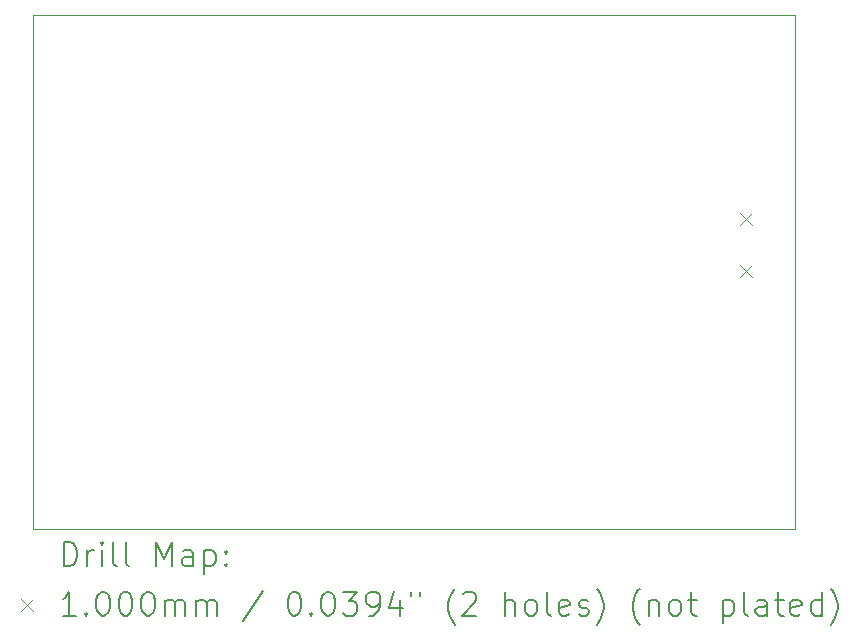
<source format=gbr>
%TF.GenerationSoftware,KiCad,Pcbnew,8.0.2*%
%TF.CreationDate,2024-05-12T15:56:23+02:00*%
%TF.ProjectId,LimbusOne,4c696d62-7573-44f6-9e65-2e6b69636164,v.0.1*%
%TF.SameCoordinates,Original*%
%TF.FileFunction,Drillmap*%
%TF.FilePolarity,Positive*%
%FSLAX45Y45*%
G04 Gerber Fmt 4.5, Leading zero omitted, Abs format (unit mm)*
G04 Created by KiCad (PCBNEW 8.0.2) date 2024-05-12 15:56:23*
%MOMM*%
%LPD*%
G01*
G04 APERTURE LIST*
%ADD10C,0.050000*%
%ADD11C,0.200000*%
%ADD12C,0.100000*%
G04 APERTURE END LIST*
D10*
X2926700Y-3213300D02*
X9376700Y-3213300D01*
X9376700Y-7563300D01*
X2926700Y-7563300D01*
X2926700Y-3213300D01*
D11*
D12*
X8909200Y-4888300D02*
X9009200Y-4988300D01*
X9009200Y-4888300D02*
X8909200Y-4988300D01*
X8909200Y-5328300D02*
X9009200Y-5428300D01*
X9009200Y-5328300D02*
X8909200Y-5428300D01*
D11*
X3184977Y-7877284D02*
X3184977Y-7677284D01*
X3184977Y-7677284D02*
X3232596Y-7677284D01*
X3232596Y-7677284D02*
X3261167Y-7686808D01*
X3261167Y-7686808D02*
X3280215Y-7705855D01*
X3280215Y-7705855D02*
X3289739Y-7724903D01*
X3289739Y-7724903D02*
X3299262Y-7762998D01*
X3299262Y-7762998D02*
X3299262Y-7791569D01*
X3299262Y-7791569D02*
X3289739Y-7829665D01*
X3289739Y-7829665D02*
X3280215Y-7848712D01*
X3280215Y-7848712D02*
X3261167Y-7867760D01*
X3261167Y-7867760D02*
X3232596Y-7877284D01*
X3232596Y-7877284D02*
X3184977Y-7877284D01*
X3384977Y-7877284D02*
X3384977Y-7743950D01*
X3384977Y-7782046D02*
X3394501Y-7762998D01*
X3394501Y-7762998D02*
X3404024Y-7753474D01*
X3404024Y-7753474D02*
X3423072Y-7743950D01*
X3423072Y-7743950D02*
X3442120Y-7743950D01*
X3508786Y-7877284D02*
X3508786Y-7743950D01*
X3508786Y-7677284D02*
X3499262Y-7686808D01*
X3499262Y-7686808D02*
X3508786Y-7696331D01*
X3508786Y-7696331D02*
X3518310Y-7686808D01*
X3518310Y-7686808D02*
X3508786Y-7677284D01*
X3508786Y-7677284D02*
X3508786Y-7696331D01*
X3632596Y-7877284D02*
X3613548Y-7867760D01*
X3613548Y-7867760D02*
X3604024Y-7848712D01*
X3604024Y-7848712D02*
X3604024Y-7677284D01*
X3737358Y-7877284D02*
X3718310Y-7867760D01*
X3718310Y-7867760D02*
X3708786Y-7848712D01*
X3708786Y-7848712D02*
X3708786Y-7677284D01*
X3965929Y-7877284D02*
X3965929Y-7677284D01*
X3965929Y-7677284D02*
X4032596Y-7820141D01*
X4032596Y-7820141D02*
X4099262Y-7677284D01*
X4099262Y-7677284D02*
X4099262Y-7877284D01*
X4280215Y-7877284D02*
X4280215Y-7772522D01*
X4280215Y-7772522D02*
X4270691Y-7753474D01*
X4270691Y-7753474D02*
X4251644Y-7743950D01*
X4251644Y-7743950D02*
X4213548Y-7743950D01*
X4213548Y-7743950D02*
X4194501Y-7753474D01*
X4280215Y-7867760D02*
X4261167Y-7877284D01*
X4261167Y-7877284D02*
X4213548Y-7877284D01*
X4213548Y-7877284D02*
X4194501Y-7867760D01*
X4194501Y-7867760D02*
X4184977Y-7848712D01*
X4184977Y-7848712D02*
X4184977Y-7829665D01*
X4184977Y-7829665D02*
X4194501Y-7810617D01*
X4194501Y-7810617D02*
X4213548Y-7801093D01*
X4213548Y-7801093D02*
X4261167Y-7801093D01*
X4261167Y-7801093D02*
X4280215Y-7791569D01*
X4375453Y-7743950D02*
X4375453Y-7943950D01*
X4375453Y-7753474D02*
X4394501Y-7743950D01*
X4394501Y-7743950D02*
X4432596Y-7743950D01*
X4432596Y-7743950D02*
X4451644Y-7753474D01*
X4451644Y-7753474D02*
X4461167Y-7762998D01*
X4461167Y-7762998D02*
X4470691Y-7782046D01*
X4470691Y-7782046D02*
X4470691Y-7839188D01*
X4470691Y-7839188D02*
X4461167Y-7858236D01*
X4461167Y-7858236D02*
X4451644Y-7867760D01*
X4451644Y-7867760D02*
X4432596Y-7877284D01*
X4432596Y-7877284D02*
X4394501Y-7877284D01*
X4394501Y-7877284D02*
X4375453Y-7867760D01*
X4556405Y-7858236D02*
X4565929Y-7867760D01*
X4565929Y-7867760D02*
X4556405Y-7877284D01*
X4556405Y-7877284D02*
X4546882Y-7867760D01*
X4546882Y-7867760D02*
X4556405Y-7858236D01*
X4556405Y-7858236D02*
X4556405Y-7877284D01*
X4556405Y-7753474D02*
X4565929Y-7762998D01*
X4565929Y-7762998D02*
X4556405Y-7772522D01*
X4556405Y-7772522D02*
X4546882Y-7762998D01*
X4546882Y-7762998D02*
X4556405Y-7753474D01*
X4556405Y-7753474D02*
X4556405Y-7772522D01*
D12*
X2824200Y-8155800D02*
X2924200Y-8255800D01*
X2924200Y-8155800D02*
X2824200Y-8255800D01*
D11*
X3289739Y-8297284D02*
X3175453Y-8297284D01*
X3232596Y-8297284D02*
X3232596Y-8097284D01*
X3232596Y-8097284D02*
X3213548Y-8125855D01*
X3213548Y-8125855D02*
X3194501Y-8144903D01*
X3194501Y-8144903D02*
X3175453Y-8154427D01*
X3375453Y-8278236D02*
X3384977Y-8287760D01*
X3384977Y-8287760D02*
X3375453Y-8297284D01*
X3375453Y-8297284D02*
X3365929Y-8287760D01*
X3365929Y-8287760D02*
X3375453Y-8278236D01*
X3375453Y-8278236D02*
X3375453Y-8297284D01*
X3508786Y-8097284D02*
X3527834Y-8097284D01*
X3527834Y-8097284D02*
X3546882Y-8106808D01*
X3546882Y-8106808D02*
X3556405Y-8116331D01*
X3556405Y-8116331D02*
X3565929Y-8135379D01*
X3565929Y-8135379D02*
X3575453Y-8173474D01*
X3575453Y-8173474D02*
X3575453Y-8221093D01*
X3575453Y-8221093D02*
X3565929Y-8259188D01*
X3565929Y-8259188D02*
X3556405Y-8278236D01*
X3556405Y-8278236D02*
X3546882Y-8287760D01*
X3546882Y-8287760D02*
X3527834Y-8297284D01*
X3527834Y-8297284D02*
X3508786Y-8297284D01*
X3508786Y-8297284D02*
X3489739Y-8287760D01*
X3489739Y-8287760D02*
X3480215Y-8278236D01*
X3480215Y-8278236D02*
X3470691Y-8259188D01*
X3470691Y-8259188D02*
X3461167Y-8221093D01*
X3461167Y-8221093D02*
X3461167Y-8173474D01*
X3461167Y-8173474D02*
X3470691Y-8135379D01*
X3470691Y-8135379D02*
X3480215Y-8116331D01*
X3480215Y-8116331D02*
X3489739Y-8106808D01*
X3489739Y-8106808D02*
X3508786Y-8097284D01*
X3699262Y-8097284D02*
X3718310Y-8097284D01*
X3718310Y-8097284D02*
X3737358Y-8106808D01*
X3737358Y-8106808D02*
X3746882Y-8116331D01*
X3746882Y-8116331D02*
X3756405Y-8135379D01*
X3756405Y-8135379D02*
X3765929Y-8173474D01*
X3765929Y-8173474D02*
X3765929Y-8221093D01*
X3765929Y-8221093D02*
X3756405Y-8259188D01*
X3756405Y-8259188D02*
X3746882Y-8278236D01*
X3746882Y-8278236D02*
X3737358Y-8287760D01*
X3737358Y-8287760D02*
X3718310Y-8297284D01*
X3718310Y-8297284D02*
X3699262Y-8297284D01*
X3699262Y-8297284D02*
X3680215Y-8287760D01*
X3680215Y-8287760D02*
X3670691Y-8278236D01*
X3670691Y-8278236D02*
X3661167Y-8259188D01*
X3661167Y-8259188D02*
X3651643Y-8221093D01*
X3651643Y-8221093D02*
X3651643Y-8173474D01*
X3651643Y-8173474D02*
X3661167Y-8135379D01*
X3661167Y-8135379D02*
X3670691Y-8116331D01*
X3670691Y-8116331D02*
X3680215Y-8106808D01*
X3680215Y-8106808D02*
X3699262Y-8097284D01*
X3889739Y-8097284D02*
X3908786Y-8097284D01*
X3908786Y-8097284D02*
X3927834Y-8106808D01*
X3927834Y-8106808D02*
X3937358Y-8116331D01*
X3937358Y-8116331D02*
X3946882Y-8135379D01*
X3946882Y-8135379D02*
X3956405Y-8173474D01*
X3956405Y-8173474D02*
X3956405Y-8221093D01*
X3956405Y-8221093D02*
X3946882Y-8259188D01*
X3946882Y-8259188D02*
X3937358Y-8278236D01*
X3937358Y-8278236D02*
X3927834Y-8287760D01*
X3927834Y-8287760D02*
X3908786Y-8297284D01*
X3908786Y-8297284D02*
X3889739Y-8297284D01*
X3889739Y-8297284D02*
X3870691Y-8287760D01*
X3870691Y-8287760D02*
X3861167Y-8278236D01*
X3861167Y-8278236D02*
X3851643Y-8259188D01*
X3851643Y-8259188D02*
X3842120Y-8221093D01*
X3842120Y-8221093D02*
X3842120Y-8173474D01*
X3842120Y-8173474D02*
X3851643Y-8135379D01*
X3851643Y-8135379D02*
X3861167Y-8116331D01*
X3861167Y-8116331D02*
X3870691Y-8106808D01*
X3870691Y-8106808D02*
X3889739Y-8097284D01*
X4042120Y-8297284D02*
X4042120Y-8163950D01*
X4042120Y-8182998D02*
X4051643Y-8173474D01*
X4051643Y-8173474D02*
X4070691Y-8163950D01*
X4070691Y-8163950D02*
X4099263Y-8163950D01*
X4099263Y-8163950D02*
X4118310Y-8173474D01*
X4118310Y-8173474D02*
X4127834Y-8192522D01*
X4127834Y-8192522D02*
X4127834Y-8297284D01*
X4127834Y-8192522D02*
X4137358Y-8173474D01*
X4137358Y-8173474D02*
X4156405Y-8163950D01*
X4156405Y-8163950D02*
X4184977Y-8163950D01*
X4184977Y-8163950D02*
X4204025Y-8173474D01*
X4204025Y-8173474D02*
X4213548Y-8192522D01*
X4213548Y-8192522D02*
X4213548Y-8297284D01*
X4308786Y-8297284D02*
X4308786Y-8163950D01*
X4308786Y-8182998D02*
X4318310Y-8173474D01*
X4318310Y-8173474D02*
X4337358Y-8163950D01*
X4337358Y-8163950D02*
X4365929Y-8163950D01*
X4365929Y-8163950D02*
X4384977Y-8173474D01*
X4384977Y-8173474D02*
X4394501Y-8192522D01*
X4394501Y-8192522D02*
X4394501Y-8297284D01*
X4394501Y-8192522D02*
X4404025Y-8173474D01*
X4404025Y-8173474D02*
X4423072Y-8163950D01*
X4423072Y-8163950D02*
X4451644Y-8163950D01*
X4451644Y-8163950D02*
X4470691Y-8173474D01*
X4470691Y-8173474D02*
X4480215Y-8192522D01*
X4480215Y-8192522D02*
X4480215Y-8297284D01*
X4870691Y-8087760D02*
X4699263Y-8344903D01*
X5127834Y-8097284D02*
X5146882Y-8097284D01*
X5146882Y-8097284D02*
X5165929Y-8106808D01*
X5165929Y-8106808D02*
X5175453Y-8116331D01*
X5175453Y-8116331D02*
X5184977Y-8135379D01*
X5184977Y-8135379D02*
X5194501Y-8173474D01*
X5194501Y-8173474D02*
X5194501Y-8221093D01*
X5194501Y-8221093D02*
X5184977Y-8259188D01*
X5184977Y-8259188D02*
X5175453Y-8278236D01*
X5175453Y-8278236D02*
X5165929Y-8287760D01*
X5165929Y-8287760D02*
X5146882Y-8297284D01*
X5146882Y-8297284D02*
X5127834Y-8297284D01*
X5127834Y-8297284D02*
X5108787Y-8287760D01*
X5108787Y-8287760D02*
X5099263Y-8278236D01*
X5099263Y-8278236D02*
X5089739Y-8259188D01*
X5089739Y-8259188D02*
X5080215Y-8221093D01*
X5080215Y-8221093D02*
X5080215Y-8173474D01*
X5080215Y-8173474D02*
X5089739Y-8135379D01*
X5089739Y-8135379D02*
X5099263Y-8116331D01*
X5099263Y-8116331D02*
X5108787Y-8106808D01*
X5108787Y-8106808D02*
X5127834Y-8097284D01*
X5280215Y-8278236D02*
X5289739Y-8287760D01*
X5289739Y-8287760D02*
X5280215Y-8297284D01*
X5280215Y-8297284D02*
X5270691Y-8287760D01*
X5270691Y-8287760D02*
X5280215Y-8278236D01*
X5280215Y-8278236D02*
X5280215Y-8297284D01*
X5413548Y-8097284D02*
X5432596Y-8097284D01*
X5432596Y-8097284D02*
X5451644Y-8106808D01*
X5451644Y-8106808D02*
X5461168Y-8116331D01*
X5461168Y-8116331D02*
X5470691Y-8135379D01*
X5470691Y-8135379D02*
X5480215Y-8173474D01*
X5480215Y-8173474D02*
X5480215Y-8221093D01*
X5480215Y-8221093D02*
X5470691Y-8259188D01*
X5470691Y-8259188D02*
X5461168Y-8278236D01*
X5461168Y-8278236D02*
X5451644Y-8287760D01*
X5451644Y-8287760D02*
X5432596Y-8297284D01*
X5432596Y-8297284D02*
X5413548Y-8297284D01*
X5413548Y-8297284D02*
X5394501Y-8287760D01*
X5394501Y-8287760D02*
X5384977Y-8278236D01*
X5384977Y-8278236D02*
X5375453Y-8259188D01*
X5375453Y-8259188D02*
X5365929Y-8221093D01*
X5365929Y-8221093D02*
X5365929Y-8173474D01*
X5365929Y-8173474D02*
X5375453Y-8135379D01*
X5375453Y-8135379D02*
X5384977Y-8116331D01*
X5384977Y-8116331D02*
X5394501Y-8106808D01*
X5394501Y-8106808D02*
X5413548Y-8097284D01*
X5546882Y-8097284D02*
X5670691Y-8097284D01*
X5670691Y-8097284D02*
X5604025Y-8173474D01*
X5604025Y-8173474D02*
X5632596Y-8173474D01*
X5632596Y-8173474D02*
X5651644Y-8182998D01*
X5651644Y-8182998D02*
X5661167Y-8192522D01*
X5661167Y-8192522D02*
X5670691Y-8211569D01*
X5670691Y-8211569D02*
X5670691Y-8259188D01*
X5670691Y-8259188D02*
X5661167Y-8278236D01*
X5661167Y-8278236D02*
X5651644Y-8287760D01*
X5651644Y-8287760D02*
X5632596Y-8297284D01*
X5632596Y-8297284D02*
X5575453Y-8297284D01*
X5575453Y-8297284D02*
X5556406Y-8287760D01*
X5556406Y-8287760D02*
X5546882Y-8278236D01*
X5765929Y-8297284D02*
X5804025Y-8297284D01*
X5804025Y-8297284D02*
X5823072Y-8287760D01*
X5823072Y-8287760D02*
X5832596Y-8278236D01*
X5832596Y-8278236D02*
X5851644Y-8249665D01*
X5851644Y-8249665D02*
X5861167Y-8211569D01*
X5861167Y-8211569D02*
X5861167Y-8135379D01*
X5861167Y-8135379D02*
X5851644Y-8116331D01*
X5851644Y-8116331D02*
X5842120Y-8106808D01*
X5842120Y-8106808D02*
X5823072Y-8097284D01*
X5823072Y-8097284D02*
X5784977Y-8097284D01*
X5784977Y-8097284D02*
X5765929Y-8106808D01*
X5765929Y-8106808D02*
X5756406Y-8116331D01*
X5756406Y-8116331D02*
X5746882Y-8135379D01*
X5746882Y-8135379D02*
X5746882Y-8182998D01*
X5746882Y-8182998D02*
X5756406Y-8202046D01*
X5756406Y-8202046D02*
X5765929Y-8211569D01*
X5765929Y-8211569D02*
X5784977Y-8221093D01*
X5784977Y-8221093D02*
X5823072Y-8221093D01*
X5823072Y-8221093D02*
X5842120Y-8211569D01*
X5842120Y-8211569D02*
X5851644Y-8202046D01*
X5851644Y-8202046D02*
X5861167Y-8182998D01*
X6032596Y-8163950D02*
X6032596Y-8297284D01*
X5984977Y-8087760D02*
X5937358Y-8230617D01*
X5937358Y-8230617D02*
X6061167Y-8230617D01*
X6127834Y-8097284D02*
X6127834Y-8135379D01*
X6204025Y-8097284D02*
X6204025Y-8135379D01*
X6499263Y-8373474D02*
X6489739Y-8363950D01*
X6489739Y-8363950D02*
X6470691Y-8335379D01*
X6470691Y-8335379D02*
X6461168Y-8316331D01*
X6461168Y-8316331D02*
X6451644Y-8287760D01*
X6451644Y-8287760D02*
X6442120Y-8240141D01*
X6442120Y-8240141D02*
X6442120Y-8202046D01*
X6442120Y-8202046D02*
X6451644Y-8154427D01*
X6451644Y-8154427D02*
X6461168Y-8125855D01*
X6461168Y-8125855D02*
X6470691Y-8106808D01*
X6470691Y-8106808D02*
X6489739Y-8078236D01*
X6489739Y-8078236D02*
X6499263Y-8068712D01*
X6565929Y-8116331D02*
X6575453Y-8106808D01*
X6575453Y-8106808D02*
X6594501Y-8097284D01*
X6594501Y-8097284D02*
X6642120Y-8097284D01*
X6642120Y-8097284D02*
X6661168Y-8106808D01*
X6661168Y-8106808D02*
X6670691Y-8116331D01*
X6670691Y-8116331D02*
X6680215Y-8135379D01*
X6680215Y-8135379D02*
X6680215Y-8154427D01*
X6680215Y-8154427D02*
X6670691Y-8182998D01*
X6670691Y-8182998D02*
X6556406Y-8297284D01*
X6556406Y-8297284D02*
X6680215Y-8297284D01*
X6918310Y-8297284D02*
X6918310Y-8097284D01*
X7004025Y-8297284D02*
X7004025Y-8192522D01*
X7004025Y-8192522D02*
X6994501Y-8173474D01*
X6994501Y-8173474D02*
X6975453Y-8163950D01*
X6975453Y-8163950D02*
X6946882Y-8163950D01*
X6946882Y-8163950D02*
X6927834Y-8173474D01*
X6927834Y-8173474D02*
X6918310Y-8182998D01*
X7127834Y-8297284D02*
X7108787Y-8287760D01*
X7108787Y-8287760D02*
X7099263Y-8278236D01*
X7099263Y-8278236D02*
X7089739Y-8259188D01*
X7089739Y-8259188D02*
X7089739Y-8202046D01*
X7089739Y-8202046D02*
X7099263Y-8182998D01*
X7099263Y-8182998D02*
X7108787Y-8173474D01*
X7108787Y-8173474D02*
X7127834Y-8163950D01*
X7127834Y-8163950D02*
X7156406Y-8163950D01*
X7156406Y-8163950D02*
X7175453Y-8173474D01*
X7175453Y-8173474D02*
X7184977Y-8182998D01*
X7184977Y-8182998D02*
X7194501Y-8202046D01*
X7194501Y-8202046D02*
X7194501Y-8259188D01*
X7194501Y-8259188D02*
X7184977Y-8278236D01*
X7184977Y-8278236D02*
X7175453Y-8287760D01*
X7175453Y-8287760D02*
X7156406Y-8297284D01*
X7156406Y-8297284D02*
X7127834Y-8297284D01*
X7308787Y-8297284D02*
X7289739Y-8287760D01*
X7289739Y-8287760D02*
X7280215Y-8268712D01*
X7280215Y-8268712D02*
X7280215Y-8097284D01*
X7461168Y-8287760D02*
X7442120Y-8297284D01*
X7442120Y-8297284D02*
X7404025Y-8297284D01*
X7404025Y-8297284D02*
X7384977Y-8287760D01*
X7384977Y-8287760D02*
X7375453Y-8268712D01*
X7375453Y-8268712D02*
X7375453Y-8192522D01*
X7375453Y-8192522D02*
X7384977Y-8173474D01*
X7384977Y-8173474D02*
X7404025Y-8163950D01*
X7404025Y-8163950D02*
X7442120Y-8163950D01*
X7442120Y-8163950D02*
X7461168Y-8173474D01*
X7461168Y-8173474D02*
X7470691Y-8192522D01*
X7470691Y-8192522D02*
X7470691Y-8211569D01*
X7470691Y-8211569D02*
X7375453Y-8230617D01*
X7546882Y-8287760D02*
X7565930Y-8297284D01*
X7565930Y-8297284D02*
X7604025Y-8297284D01*
X7604025Y-8297284D02*
X7623072Y-8287760D01*
X7623072Y-8287760D02*
X7632596Y-8268712D01*
X7632596Y-8268712D02*
X7632596Y-8259188D01*
X7632596Y-8259188D02*
X7623072Y-8240141D01*
X7623072Y-8240141D02*
X7604025Y-8230617D01*
X7604025Y-8230617D02*
X7575453Y-8230617D01*
X7575453Y-8230617D02*
X7556406Y-8221093D01*
X7556406Y-8221093D02*
X7546882Y-8202046D01*
X7546882Y-8202046D02*
X7546882Y-8192522D01*
X7546882Y-8192522D02*
X7556406Y-8173474D01*
X7556406Y-8173474D02*
X7575453Y-8163950D01*
X7575453Y-8163950D02*
X7604025Y-8163950D01*
X7604025Y-8163950D02*
X7623072Y-8173474D01*
X7699263Y-8373474D02*
X7708787Y-8363950D01*
X7708787Y-8363950D02*
X7727834Y-8335379D01*
X7727834Y-8335379D02*
X7737358Y-8316331D01*
X7737358Y-8316331D02*
X7746882Y-8287760D01*
X7746882Y-8287760D02*
X7756406Y-8240141D01*
X7756406Y-8240141D02*
X7756406Y-8202046D01*
X7756406Y-8202046D02*
X7746882Y-8154427D01*
X7746882Y-8154427D02*
X7737358Y-8125855D01*
X7737358Y-8125855D02*
X7727834Y-8106808D01*
X7727834Y-8106808D02*
X7708787Y-8078236D01*
X7708787Y-8078236D02*
X7699263Y-8068712D01*
X8061168Y-8373474D02*
X8051644Y-8363950D01*
X8051644Y-8363950D02*
X8032596Y-8335379D01*
X8032596Y-8335379D02*
X8023072Y-8316331D01*
X8023072Y-8316331D02*
X8013549Y-8287760D01*
X8013549Y-8287760D02*
X8004025Y-8240141D01*
X8004025Y-8240141D02*
X8004025Y-8202046D01*
X8004025Y-8202046D02*
X8013549Y-8154427D01*
X8013549Y-8154427D02*
X8023072Y-8125855D01*
X8023072Y-8125855D02*
X8032596Y-8106808D01*
X8032596Y-8106808D02*
X8051644Y-8078236D01*
X8051644Y-8078236D02*
X8061168Y-8068712D01*
X8137358Y-8163950D02*
X8137358Y-8297284D01*
X8137358Y-8182998D02*
X8146882Y-8173474D01*
X8146882Y-8173474D02*
X8165930Y-8163950D01*
X8165930Y-8163950D02*
X8194501Y-8163950D01*
X8194501Y-8163950D02*
X8213549Y-8173474D01*
X8213549Y-8173474D02*
X8223072Y-8192522D01*
X8223072Y-8192522D02*
X8223072Y-8297284D01*
X8346882Y-8297284D02*
X8327834Y-8287760D01*
X8327834Y-8287760D02*
X8318311Y-8278236D01*
X8318311Y-8278236D02*
X8308787Y-8259188D01*
X8308787Y-8259188D02*
X8308787Y-8202046D01*
X8308787Y-8202046D02*
X8318311Y-8182998D01*
X8318311Y-8182998D02*
X8327834Y-8173474D01*
X8327834Y-8173474D02*
X8346882Y-8163950D01*
X8346882Y-8163950D02*
X8375453Y-8163950D01*
X8375453Y-8163950D02*
X8394501Y-8173474D01*
X8394501Y-8173474D02*
X8404025Y-8182998D01*
X8404025Y-8182998D02*
X8413549Y-8202046D01*
X8413549Y-8202046D02*
X8413549Y-8259188D01*
X8413549Y-8259188D02*
X8404025Y-8278236D01*
X8404025Y-8278236D02*
X8394501Y-8287760D01*
X8394501Y-8287760D02*
X8375453Y-8297284D01*
X8375453Y-8297284D02*
X8346882Y-8297284D01*
X8470692Y-8163950D02*
X8546882Y-8163950D01*
X8499263Y-8097284D02*
X8499263Y-8268712D01*
X8499263Y-8268712D02*
X8508787Y-8287760D01*
X8508787Y-8287760D02*
X8527834Y-8297284D01*
X8527834Y-8297284D02*
X8546882Y-8297284D01*
X8765930Y-8163950D02*
X8765930Y-8363950D01*
X8765930Y-8173474D02*
X8784977Y-8163950D01*
X8784977Y-8163950D02*
X8823073Y-8163950D01*
X8823073Y-8163950D02*
X8842120Y-8173474D01*
X8842120Y-8173474D02*
X8851644Y-8182998D01*
X8851644Y-8182998D02*
X8861168Y-8202046D01*
X8861168Y-8202046D02*
X8861168Y-8259188D01*
X8861168Y-8259188D02*
X8851644Y-8278236D01*
X8851644Y-8278236D02*
X8842120Y-8287760D01*
X8842120Y-8287760D02*
X8823073Y-8297284D01*
X8823073Y-8297284D02*
X8784977Y-8297284D01*
X8784977Y-8297284D02*
X8765930Y-8287760D01*
X8975454Y-8297284D02*
X8956406Y-8287760D01*
X8956406Y-8287760D02*
X8946882Y-8268712D01*
X8946882Y-8268712D02*
X8946882Y-8097284D01*
X9137358Y-8297284D02*
X9137358Y-8192522D01*
X9137358Y-8192522D02*
X9127835Y-8173474D01*
X9127835Y-8173474D02*
X9108787Y-8163950D01*
X9108787Y-8163950D02*
X9070692Y-8163950D01*
X9070692Y-8163950D02*
X9051644Y-8173474D01*
X9137358Y-8287760D02*
X9118311Y-8297284D01*
X9118311Y-8297284D02*
X9070692Y-8297284D01*
X9070692Y-8297284D02*
X9051644Y-8287760D01*
X9051644Y-8287760D02*
X9042120Y-8268712D01*
X9042120Y-8268712D02*
X9042120Y-8249665D01*
X9042120Y-8249665D02*
X9051644Y-8230617D01*
X9051644Y-8230617D02*
X9070692Y-8221093D01*
X9070692Y-8221093D02*
X9118311Y-8221093D01*
X9118311Y-8221093D02*
X9137358Y-8211569D01*
X9204025Y-8163950D02*
X9280215Y-8163950D01*
X9232596Y-8097284D02*
X9232596Y-8268712D01*
X9232596Y-8268712D02*
X9242120Y-8287760D01*
X9242120Y-8287760D02*
X9261168Y-8297284D01*
X9261168Y-8297284D02*
X9280215Y-8297284D01*
X9423073Y-8287760D02*
X9404025Y-8297284D01*
X9404025Y-8297284D02*
X9365930Y-8297284D01*
X9365930Y-8297284D02*
X9346882Y-8287760D01*
X9346882Y-8287760D02*
X9337358Y-8268712D01*
X9337358Y-8268712D02*
X9337358Y-8192522D01*
X9337358Y-8192522D02*
X9346882Y-8173474D01*
X9346882Y-8173474D02*
X9365930Y-8163950D01*
X9365930Y-8163950D02*
X9404025Y-8163950D01*
X9404025Y-8163950D02*
X9423073Y-8173474D01*
X9423073Y-8173474D02*
X9432596Y-8192522D01*
X9432596Y-8192522D02*
X9432596Y-8211569D01*
X9432596Y-8211569D02*
X9337358Y-8230617D01*
X9604025Y-8297284D02*
X9604025Y-8097284D01*
X9604025Y-8287760D02*
X9584977Y-8297284D01*
X9584977Y-8297284D02*
X9546882Y-8297284D01*
X9546882Y-8297284D02*
X9527835Y-8287760D01*
X9527835Y-8287760D02*
X9518311Y-8278236D01*
X9518311Y-8278236D02*
X9508787Y-8259188D01*
X9508787Y-8259188D02*
X9508787Y-8202046D01*
X9508787Y-8202046D02*
X9518311Y-8182998D01*
X9518311Y-8182998D02*
X9527835Y-8173474D01*
X9527835Y-8173474D02*
X9546882Y-8163950D01*
X9546882Y-8163950D02*
X9584977Y-8163950D01*
X9584977Y-8163950D02*
X9604025Y-8173474D01*
X9680216Y-8373474D02*
X9689739Y-8363950D01*
X9689739Y-8363950D02*
X9708787Y-8335379D01*
X9708787Y-8335379D02*
X9718311Y-8316331D01*
X9718311Y-8316331D02*
X9727835Y-8287760D01*
X9727835Y-8287760D02*
X9737358Y-8240141D01*
X9737358Y-8240141D02*
X9737358Y-8202046D01*
X9737358Y-8202046D02*
X9727835Y-8154427D01*
X9727835Y-8154427D02*
X9718311Y-8125855D01*
X9718311Y-8125855D02*
X9708787Y-8106808D01*
X9708787Y-8106808D02*
X9689739Y-8078236D01*
X9689739Y-8078236D02*
X9680216Y-8068712D01*
M02*

</source>
